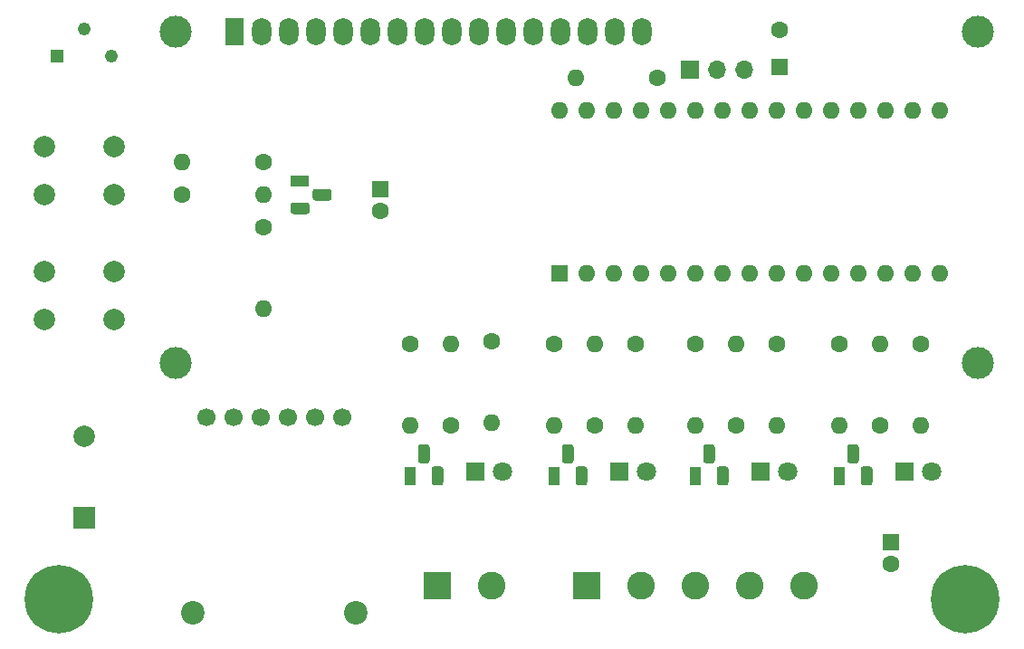
<source format=gbr>
%TF.GenerationSoftware,KiCad,Pcbnew,(5.1.9)-1*%
%TF.CreationDate,2022-04-17T16:33:26-05:00*%
%TF.ProjectId,reflow-oven-nano-shield,7265666c-6f77-42d6-9f76-656e2d6e616e,rev?*%
%TF.SameCoordinates,Original*%
%TF.FileFunction,Soldermask,Bot*%
%TF.FilePolarity,Negative*%
%FSLAX46Y46*%
G04 Gerber Fmt 4.6, Leading zero omitted, Abs format (unit mm)*
G04 Created by KiCad (PCBNEW (5.1.9)-1) date 2022-04-17 16:33:26*
%MOMM*%
%LPD*%
G01*
G04 APERTURE LIST*
%ADD10R,1.100000X1.800000*%
%ADD11R,1.800000X1.100000*%
%ADD12C,1.600000*%
%ADD13R,1.600000X1.600000*%
%ADD14C,2.200000*%
%ADD15C,1.700000*%
%ADD16C,0.800000*%
%ADD17C,6.400000*%
%ADD18C,2.000000*%
%ADD19R,2.000000X2.000000*%
%ADD20R,1.222000X1.222000*%
%ADD21C,1.222000*%
%ADD22O,1.600000X1.600000*%
%ADD23O,1.700000X1.700000*%
%ADD24R,1.700000X1.700000*%
%ADD25C,2.600000*%
%ADD26R,2.600000X2.600000*%
%ADD27C,3.000000*%
%ADD28O,1.800000X2.600000*%
%ADD29R,1.800000X2.600000*%
%ADD30C,1.800000*%
%ADD31R,1.800000X1.800000*%
G04 APERTURE END LIST*
D10*
%TO.C,Q5*%
X165862000Y-87522000D03*
G36*
G01*
X167852000Y-88147000D02*
X167852000Y-86897000D01*
G75*
G02*
X168127000Y-86622000I275000J0D01*
G01*
X168677000Y-86622000D01*
G75*
G02*
X168952000Y-86897000I0J-275000D01*
G01*
X168952000Y-88147000D01*
G75*
G02*
X168677000Y-88422000I-275000J0D01*
G01*
X168127000Y-88422000D01*
G75*
G02*
X167852000Y-88147000I0J275000D01*
G01*
G37*
G36*
G01*
X166582000Y-86077000D02*
X166582000Y-84827000D01*
G75*
G02*
X166857000Y-84552000I275000J0D01*
G01*
X167407000Y-84552000D01*
G75*
G02*
X167682000Y-84827000I0J-275000D01*
G01*
X167682000Y-86077000D01*
G75*
G02*
X167407000Y-86352000I-275000J0D01*
G01*
X166857000Y-86352000D01*
G75*
G02*
X166582000Y-86077000I0J275000D01*
G01*
G37*
%TD*%
%TO.C,Q4*%
X152400000Y-87522000D03*
G36*
G01*
X154390000Y-88147000D02*
X154390000Y-86897000D01*
G75*
G02*
X154665000Y-86622000I275000J0D01*
G01*
X155215000Y-86622000D01*
G75*
G02*
X155490000Y-86897000I0J-275000D01*
G01*
X155490000Y-88147000D01*
G75*
G02*
X155215000Y-88422000I-275000J0D01*
G01*
X154665000Y-88422000D01*
G75*
G02*
X154390000Y-88147000I0J275000D01*
G01*
G37*
G36*
G01*
X153120000Y-86077000D02*
X153120000Y-84827000D01*
G75*
G02*
X153395000Y-84552000I275000J0D01*
G01*
X153945000Y-84552000D01*
G75*
G02*
X154220000Y-84827000I0J-275000D01*
G01*
X154220000Y-86077000D01*
G75*
G02*
X153945000Y-86352000I-275000J0D01*
G01*
X153395000Y-86352000D01*
G75*
G02*
X153120000Y-86077000I0J275000D01*
G01*
G37*
%TD*%
D11*
%TO.C,Q3*%
X115424000Y-59944000D03*
G36*
G01*
X114799000Y-61934000D02*
X116049000Y-61934000D01*
G75*
G02*
X116324000Y-62209000I0J-275000D01*
G01*
X116324000Y-62759000D01*
G75*
G02*
X116049000Y-63034000I-275000J0D01*
G01*
X114799000Y-63034000D01*
G75*
G02*
X114524000Y-62759000I0J275000D01*
G01*
X114524000Y-62209000D01*
G75*
G02*
X114799000Y-61934000I275000J0D01*
G01*
G37*
G36*
G01*
X116869000Y-60664000D02*
X118119000Y-60664000D01*
G75*
G02*
X118394000Y-60939000I0J-275000D01*
G01*
X118394000Y-61489000D01*
G75*
G02*
X118119000Y-61764000I-275000J0D01*
G01*
X116869000Y-61764000D01*
G75*
G02*
X116594000Y-61489000I0J275000D01*
G01*
X116594000Y-60939000D01*
G75*
G02*
X116869000Y-60664000I275000J0D01*
G01*
G37*
%TD*%
D10*
%TO.C,Q2*%
X139192000Y-87522000D03*
G36*
G01*
X141182000Y-88147000D02*
X141182000Y-86897000D01*
G75*
G02*
X141457000Y-86622000I275000J0D01*
G01*
X142007000Y-86622000D01*
G75*
G02*
X142282000Y-86897000I0J-275000D01*
G01*
X142282000Y-88147000D01*
G75*
G02*
X142007000Y-88422000I-275000J0D01*
G01*
X141457000Y-88422000D01*
G75*
G02*
X141182000Y-88147000I0J275000D01*
G01*
G37*
G36*
G01*
X139912000Y-86077000D02*
X139912000Y-84827000D01*
G75*
G02*
X140187000Y-84552000I275000J0D01*
G01*
X140737000Y-84552000D01*
G75*
G02*
X141012000Y-84827000I0J-275000D01*
G01*
X141012000Y-86077000D01*
G75*
G02*
X140737000Y-86352000I-275000J0D01*
G01*
X140187000Y-86352000D01*
G75*
G02*
X139912000Y-86077000I0J275000D01*
G01*
G37*
%TD*%
%TO.C,Q1*%
X125730000Y-87522000D03*
G36*
G01*
X127720000Y-88147000D02*
X127720000Y-86897000D01*
G75*
G02*
X127995000Y-86622000I275000J0D01*
G01*
X128545000Y-86622000D01*
G75*
G02*
X128820000Y-86897000I0J-275000D01*
G01*
X128820000Y-88147000D01*
G75*
G02*
X128545000Y-88422000I-275000J0D01*
G01*
X127995000Y-88422000D01*
G75*
G02*
X127720000Y-88147000I0J275000D01*
G01*
G37*
G36*
G01*
X126450000Y-86077000D02*
X126450000Y-84827000D01*
G75*
G02*
X126725000Y-84552000I275000J0D01*
G01*
X127275000Y-84552000D01*
G75*
G02*
X127550000Y-84827000I0J-275000D01*
G01*
X127550000Y-86077000D01*
G75*
G02*
X127275000Y-86352000I-275000J0D01*
G01*
X126725000Y-86352000D01*
G75*
G02*
X126450000Y-86077000I0J275000D01*
G01*
G37*
%TD*%
D12*
%TO.C,C1*%
X160274000Y-45776000D03*
D13*
X160274000Y-49276000D03*
%TD*%
D14*
%TO.C,A2*%
X105410000Y-100330000D03*
X120650000Y-100330000D03*
D15*
X106680000Y-82042000D03*
X109220000Y-82042000D03*
X111760000Y-82042000D03*
X114300000Y-82042000D03*
X116840000Y-82042000D03*
X119380000Y-82042000D03*
%TD*%
D12*
%TO.C,C3*%
X170688000Y-95726000D03*
D13*
X170688000Y-93726000D03*
%TD*%
D16*
%TO.C,H2*%
X179357056Y-97362944D03*
X177660000Y-96660000D03*
X175962944Y-97362944D03*
X175260000Y-99060000D03*
X175962944Y-100757056D03*
X177660000Y-101460000D03*
X179357056Y-100757056D03*
X180060000Y-99060000D03*
D17*
X177660000Y-99060000D03*
%TD*%
D16*
%TO.C,H1*%
X94547056Y-97362944D03*
X92850000Y-96660000D03*
X91152944Y-97362944D03*
X90450000Y-99060000D03*
X91152944Y-100757056D03*
X92850000Y-101460000D03*
X94547056Y-100757056D03*
X95250000Y-99060000D03*
D17*
X92850000Y-99060000D03*
%TD*%
D18*
%TO.C,BZ1*%
X95250000Y-83840000D03*
D19*
X95250000Y-91440000D03*
%TD*%
D18*
%TO.C,SW2*%
X98044000Y-68398000D03*
X98044000Y-72898000D03*
X91544000Y-68398000D03*
X91544000Y-72898000D03*
%TD*%
%TO.C,SW1*%
X98041600Y-56714000D03*
X98041600Y-61214000D03*
X91541600Y-56714000D03*
X91541600Y-61214000D03*
%TD*%
D20*
%TO.C,RV1*%
X92710000Y-48260000D03*
D21*
X95250000Y-45720000D03*
X97790000Y-48260000D03*
%TD*%
D22*
%TO.C,R16*%
X173482000Y-82804000D03*
D12*
X173482000Y-75184000D03*
%TD*%
D22*
%TO.C,R15*%
X160020000Y-82804000D03*
D12*
X160020000Y-75184000D03*
%TD*%
D22*
%TO.C,R14*%
X165862000Y-82804000D03*
D12*
X165862000Y-75184000D03*
%TD*%
D22*
%TO.C,R13*%
X152400000Y-82804000D03*
D12*
X152400000Y-75184000D03*
%TD*%
D22*
%TO.C,R12*%
X169672000Y-75184000D03*
D12*
X169672000Y-82804000D03*
%TD*%
D22*
%TO.C,R11*%
X156210000Y-75184000D03*
D12*
X156210000Y-82804000D03*
%TD*%
D22*
%TO.C,R10*%
X112014000Y-71882000D03*
D12*
X112014000Y-64262000D03*
%TD*%
D22*
%TO.C,R9*%
X112014000Y-61214000D03*
D12*
X104394000Y-61214000D03*
%TD*%
D22*
%TO.C,R8*%
X104394000Y-58166000D03*
D12*
X112014000Y-58166000D03*
%TD*%
D22*
%TO.C,R7*%
X146812000Y-82804000D03*
D12*
X146812000Y-75184000D03*
%TD*%
D22*
%TO.C,R6*%
X133350000Y-82550000D03*
D12*
X133350000Y-74930000D03*
%TD*%
D22*
%TO.C,R5*%
X139192000Y-82804000D03*
D12*
X139192000Y-75184000D03*
%TD*%
D22*
%TO.C,R4*%
X125730000Y-82804000D03*
D12*
X125730000Y-75184000D03*
%TD*%
D22*
%TO.C,R3*%
X143002000Y-75184000D03*
D12*
X143002000Y-82804000D03*
%TD*%
D22*
%TO.C,R2*%
X129540000Y-75184000D03*
D12*
X129540000Y-82804000D03*
%TD*%
D22*
%TO.C,R1*%
X141224000Y-50292000D03*
D12*
X148844000Y-50292000D03*
%TD*%
D23*
%TO.C,J3*%
X156972000Y-49530000D03*
X154432000Y-49530000D03*
D24*
X151892000Y-49530000D03*
%TD*%
D25*
%TO.C,J2*%
X162560000Y-97790000D03*
X157480000Y-97790000D03*
X152400000Y-97790000D03*
X147320000Y-97790000D03*
D26*
X142240000Y-97790000D03*
%TD*%
D25*
%TO.C,J1*%
X133350000Y-97790000D03*
D26*
X128270000Y-97790000D03*
%TD*%
D27*
%TO.C,DS1*%
X178820000Y-45965000D03*
X178819480Y-76965700D03*
X103820900Y-76965700D03*
X103820900Y-45965000D03*
D28*
X147420000Y-45965000D03*
X144880000Y-45965000D03*
X142340000Y-45965000D03*
X139800000Y-45965000D03*
X137260000Y-45965000D03*
X134720000Y-45965000D03*
X132180000Y-45965000D03*
X129640000Y-45965000D03*
X127100000Y-45965000D03*
X124560000Y-45965000D03*
X122020000Y-45965000D03*
X119480000Y-45965000D03*
X116940000Y-45965000D03*
X114400000Y-45965000D03*
X111860000Y-45965000D03*
D29*
X109320000Y-45965000D03*
%TD*%
D30*
%TO.C,D4*%
X174498000Y-87122000D03*
D31*
X171958000Y-87122000D03*
%TD*%
D30*
%TO.C,D3*%
X161036000Y-87122000D03*
D31*
X158496000Y-87122000D03*
%TD*%
D30*
%TO.C,D2*%
X147828000Y-87122000D03*
D31*
X145288000Y-87122000D03*
%TD*%
D30*
%TO.C,D1*%
X134366000Y-87122000D03*
D31*
X131826000Y-87122000D03*
%TD*%
D12*
%TO.C,C2*%
X122936000Y-62706000D03*
D13*
X122936000Y-60706000D03*
%TD*%
D22*
%TO.C,A1*%
X175260000Y-53340000D03*
X175260000Y-68580000D03*
X139700000Y-53340000D03*
X172720000Y-68580000D03*
X142240000Y-53340000D03*
X170180000Y-68580000D03*
X144780000Y-53340000D03*
X167640000Y-68580000D03*
X147320000Y-53340000D03*
X165100000Y-68580000D03*
X149860000Y-53340000D03*
X162560000Y-68580000D03*
X152400000Y-53340000D03*
X160020000Y-68580000D03*
X154940000Y-53340000D03*
X157480000Y-68580000D03*
X157480000Y-53340000D03*
X154940000Y-68580000D03*
X160020000Y-53340000D03*
X152400000Y-68580000D03*
X162560000Y-53340000D03*
X149860000Y-68580000D03*
X165100000Y-53340000D03*
X147320000Y-68580000D03*
X167640000Y-53340000D03*
X144780000Y-68580000D03*
X170180000Y-53340000D03*
X142240000Y-68580000D03*
X172720000Y-53340000D03*
D13*
X139700000Y-68580000D03*
%TD*%
M02*

</source>
